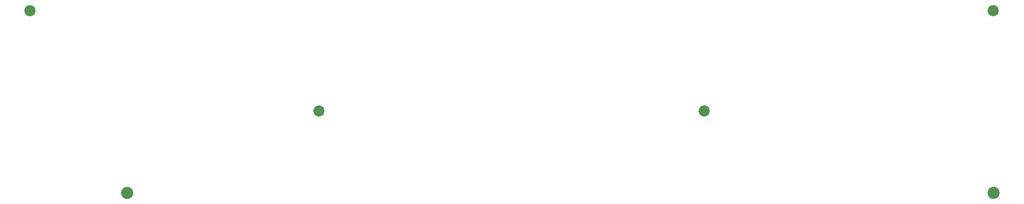
<source format=gbr>
%TF.GenerationSoftware,KiCad,Pcbnew,7.0.2*%
%TF.CreationDate,2023-05-30T09:54:27-07:00*%
%TF.ProjectId,ortho Plate,6f727468-6f20-4506-9c61-74652e6b6963,rev?*%
%TF.SameCoordinates,Original*%
%TF.FileFunction,Soldermask,Top*%
%TF.FilePolarity,Negative*%
%FSLAX46Y46*%
G04 Gerber Fmt 4.6, Leading zero omitted, Abs format (unit mm)*
G04 Created by KiCad (PCBNEW 7.0.2) date 2023-05-30 09:54:27*
%MOMM*%
%LPD*%
G01*
G04 APERTURE LIST*
%ADD10C,2.200000*%
%ADD11C,2.400000*%
G04 APERTURE END LIST*
D10*
%TO.C,REF\u002A\u002A*%
X33501320Y-32297080D03*
%TD*%
%TO.C,REF\u002A\u002A*%
X166851320Y-52210680D03*
%TD*%
D11*
%TO.C,REF\u002A\u002A*%
X224102920Y-68492080D03*
%TD*%
D10*
%TO.C,REF\u002A\u002A*%
X224001320Y-32297080D03*
%TD*%
%TO.C,REF\u002A\u002A*%
X90651320Y-52210680D03*
%TD*%
D11*
%TO.C,REF\u002A\u002A*%
X52742920Y-68523880D03*
%TD*%
M02*

</source>
